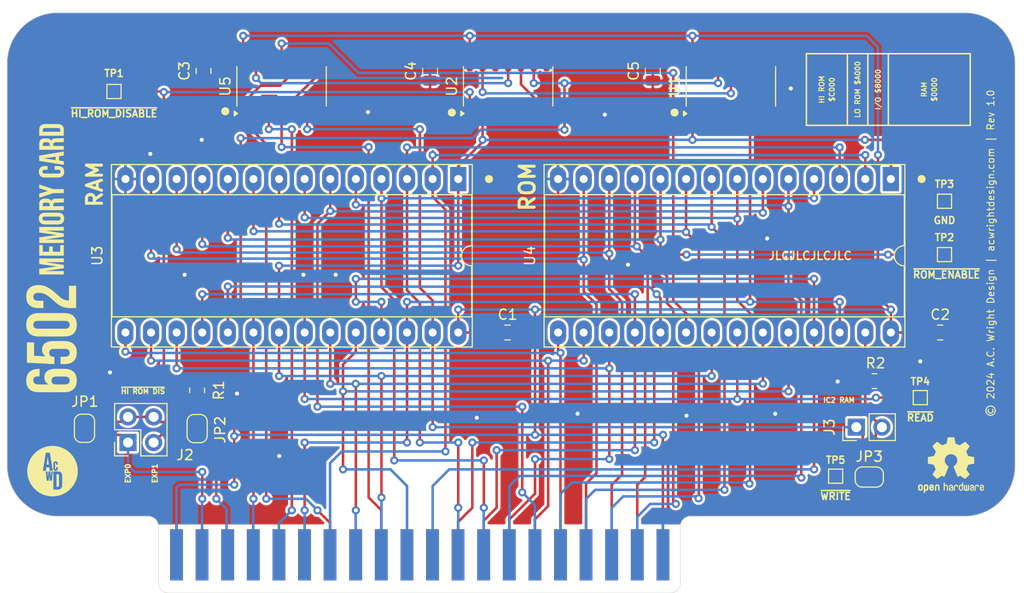
<source format=kicad_pcb>
(kicad_pcb (version 20240108) (generator "pcbnew") (generator_version "8.0")
  (title_block (title "6502 Memory Card") (date "2024-06-12") (rev "1.0") (company "A.C. Wright Design"))
  (layers (0 "F.Cu" signal "Top") (31 "B.Cu" signal "Bottom") (34 "B.Paste" user) (35 "F.Paste" user) (36 "B.SilkS" user "B.Silkscreen") (37 "F.SilkS" user "F.Silkscreen") (38 "B.Mask" user) (39 "F.Mask" user) (44 "Edge.Cuts" user))
  (net 0 "")
  (net 1 "GND")
  (net 2 "/D7")
  (net 3 "/D6")
  (net 4 "/D5")
  (net 5 "/D4")
  (net 6 "/D3")
  (net 7 "/D2")
  (net 8 "/D1")
  (net 9 "/D0")
  (net 10 "/A0")
  (net 11 "/A1")
  (net 12 "/A2")
  (net 13 "/A3")
  (net 14 "/A4")
  (net 15 "/A5")
  (net 16 "/A6")
  (net 17 "/A7")
  (net 18 "/A12")
  (net 19 "VCC")
  (net 21 "RWB")
  (net 22 "PHI2")
  (net 23 "EXP1")
  (net 24 "EXP0")
  (net 25 "A15")
  (net 26 "A14")
  (net 27 "A13")
  (net 28 "/A11")
  (net 29 "/A10")
  (net 30 "/A9")
  (net 31 "/A8")
  (net 32 "HRDB")
  (net 33 "WB")
  (net 34 "REB")
  (net 35 "RB")
  (net 38 "Net-(U2-Pad10)")
  (net 39 "Net-(U2-Pad3)")
  (net 44 "Net-(U2-Pad12)")
  (net 46 "Net-(J3-Pin_2)")
  (net 47 "Net-(U1-Pad3)")
  (net 48 "Net-(U1-Pad10)")
  (net 49 "Net-(U1-Pad13)")
  (net 50 "Net-(U1-Pad11)")
  (net 51 "Net-(U2-Pad11)")
  (net 52 "Net-(U5-Pad5)")
  (footprint "Capacitor_SMD:C_0805_2012Metric" (layer "F.Cu") (at 148.148 107.95)
    (property "Reference" "C1")
    (property "Value" "100nF" (hide yes))
  )
  (footprint "Capacitor_SMD:C_0805_2012Metric" (layer "F.Cu") (at 117.983 81.976 -90)
    (property "Reference" "C3")
    (property "Value" "100nF" (hide yes))
  )
  (footprint "Capacitor_SMD:C_0805_2012Metric" (layer "F.Cu") (at 140.462 81.981 -90)
    (property "Reference" "C4")
    (property "Value" "100nF" (hide yes))
  )
  (footprint "Capacitor_SMD:C_0805_2012Metric" (layer "F.Cu") (at 162.56 81.981 -90)
    (property "Reference" "C5")
    (property "Value" "100nF" (hide yes))
  )
  (footprint "Package_DIP:DIP-28_W15.24mm_Socket_LongPads" (layer "F.Cu") (at 186.182 92.71 -90)
    (property "Reference" "U4")
    (property "Value" "AT28C256" (hide yes))
  )
  (footprint "Connector_PinHeader_2.54mm:PinHeader_1x02_P2.54mm_Vertical" (layer "F.Cu") (at 182.753 117.348 90)
    (property "Reference" "J3")
    (property "Value" "Conn_02x01" (hide yes))
  )
  (footprint "Connector_PinHeader_2.54mm:PinHeader_2x02_P2.54mm_Vertical" (layer "F.Cu") (at 110.49 118.872 90)
    (property "Reference" "J2")
    (property "Value" "Conn_02x02_Odd_Even" (hide yes))
  )
  (footprint "Jumper:SolderJumper-2_P1.3mm_Open_RoundedPad1.0x1.5mm" (layer "F.Cu") (at 184.038 122.301)
    (property "Reference" "JP3")
    (property "Value" "SolderJumper_2_Open" (hide yes))
  )
  (footprint "Jumper:SolderJumper-2_P1.3mm_Open_RoundedPad1.0x1.5mm" (layer "F.Cu") (at 106.172 117.46 90)
    (property "Reference" "JP1")
    (property "Value" "SolderJumper_2_Open" (hide yes))
  )
  (footprint "Jumper:SolderJumper-2_P1.3mm_Open_RoundedPad1.0x1.5mm" (layer "F.Cu") (at 117.348 117.49 90)
    (property "Reference" "JP2")
    (property "Value" "SolderJumper_2_Open" (hide yes))
  )
  (footprint "Resistor_SMD:R_0805_2012Metric" (layer "F.Cu") (at 184.5545 112.776 180)
    (property "Reference" "R2")
    (property "Value" "1k" (hide yes))
  )
  (footprint "Package_SO:SOIC-14_3.9x8.7mm_P1.27mm" (layer "F.Cu") (at 125.73 83.504 90)
    (property "Reference" "U5")
    (property "Value" "74HC00" (hide yes))
  )
  (footprint "Package_SO:SOIC-14_3.9x8.7mm_P1.27mm" (layer "F.Cu") (at 148.209 83.501 90)
    (property "Reference" "U2")
    (property "Value" "74HC00" (hide yes))
  )
  (footprint "Package_SO:SOIC-14_3.9x8.7mm_P1.27mm" (layer "F.Cu") (at 170.307 83.504 90)
    (property "Reference" "U1")
    (property "Value" "74HC00" (hide yes))
  )
  (footprint "Capacitor_SMD:C_0805_2012Metric" (layer "F.Cu") (at 191.074 107.95)
    (property "Reference" "C2")
    (property "Value" "100nF" (hide yes))
  )
  (footprint "Package_DIP:DIP-28_W15.24mm_Socket_LongPads" (layer "F.Cu") (at 143.256 92.71 -90)
    (property "Reference" "U3")
    (property "Value" "AS6C62256" (hide yes))
  )
  (footprint "Resistor_SMD:R_0805_2012Metric" (layer "F.Cu") (at 117.348 113.6885 -90)
    (property "Reference" "R1")
    (property "Value" "1k" (hide yes))
  )
  (footprint "6502 Logos:6502 Memory Card Logo 5mm" (layer "F.Cu") (at 102.900979 98.876556 90)
    (property "Reference" "G***" (hide yes))
    (property "Value" "LOGO" (hide yes))
  )
  (footprint "6502 Parts:6502 Card Edge" (layer "F.Cu") (at 115.3 132.57)
    (property "Reference" "J1" (hide yes))
    (property "Value" "6502 Card Edge" (hide yes))
  )
  (footprint "A.C. Wright Logo:A.C. Wright Logo 5mm" (layer "F.Cu") (at 103.0011 121.7136)
    (property "Reference" "G***" (hide yes))
    (property "Value" "LOGO" (hide yes))
  )
  (footprint "Symbol:OSHW-Logo2_7.3x6mm_SilkScreen" (layer "F.Cu") (at 192.1511 121.1136)
    (property "Reference" "REF**" (hide yes))
    (property "Value" "OSHW-Logo2_7.3x6mm_SilkScreen" (hide yes))
  )
  (footprint "TestPoint:TestPoint_Pad_1.0x1.0mm" (layer "F.Cu") (at 189.1011 114.4136)
    (property "Reference" "TP4")
    (property "Value" "~{READ}")
  )
  (footprint "TestPoint:TestPoint_Pad_1.0x1.0mm" (layer "F.Cu") (at 191.5011 94.9136)
    (property "Reference" "TP3")
    (property "Value" "GND")
  )
  (footprint "TestPoint:TestPoint_Pad_1.0x1.0mm" (layer "F.Cu") (at 191.5011 100.2136 90)
    (property "Reference" "TP2")
    (property "Value" "~{ROM_ENABLE}")
  )
  (footprint "TestPoint:TestPoint_Pad_1.0x1.0mm" (layer "F.Cu") (at 180.7011 122.2136)
    (property "Reference" "TP5")
    (property "Value" "~{WRITE}")
  )
  (footprint "TestPoint:TestPoint_Pad_1.0x1.0mm" (layer "F.Cu") (at 109.1011 84.0136)
    (property "Reference" "TP1")
    (property "Value" "~{HI_ROM_DISABLE}")
  )
  (gr_circle (center 120.142 85.979) (end 120.342 85.979) (stroke (width 0.4)) (fill none) (layer "F.SilkS"))
  (gr_line (start 194.056 80.264) (end 185.928 80.264) (stroke (width 0.15)) (layer "F.SilkS"))
  (gr_line (start 184.404 80.264) (end 185.928 80.264) (stroke (width 0.15)) (layer "F.SilkS"))
  (gr_line (start 182.88 80.264) (end 184.404 80.264) (stroke (width 0.15)) (layer "F.SilkS"))
  (gr_line (start 177.8 80.264) (end 182.88 80.264) (stroke (width 0.15)) (layer "F.SilkS"))
  (gr_line (start 185.928 80.264) (end 185.928 87.376) (stroke (width 0.15)) (layer "F.SilkS"))
  (gr_circle (center 189.23 92.71) (end 189.43 92.71) (stroke (width 0.4)) (fill none) (layer "F.SilkS"))
  (gr_circle (center 146.304 92.71) (end 146.504 92.71) (stroke (width 0.4)) (fill none) (layer "F.SilkS"))
  (gr_circle (center 164.719 86.106) (end 164.919 86.106) (stroke (width 0.4)) (fill none) (layer "F.SilkS"))
  (gr_line (start 177.8 87.376) (end 177.8 80.264) (stroke (width 0.15)) (layer "F.SilkS"))
  (gr_line (start 182.88 87.376) (end 177.8 87.376) (stroke (width 0.15)) (layer "F.SilkS"))
  (gr_line (start 183.896 87.376) (end 183.896 80.264) (stroke (width 0.15)) (layer "F.SilkS"))
  (gr_circle (center 142.621 86.106) (end 142.821 86.106) (stroke (width 0.4)) (fill none) (layer "F.SilkS"))
  (gr_line (start 185.928 87.376) (end 184.404 87.376) (stroke (width 0.15)) (layer "F.SilkS"))
  (gr_line (start 194.056 87.376) (end 194.056 80.264) (stroke (width 0.15)) (layer "F.SilkS"))
  (gr_line (start 181.864 87.376) (end 181.864 80.264) (stroke (width 0.15)) (layer "F.SilkS"))
  (gr_line (start 185.928 87.376) (end 194.056 87.376) (stroke (width 0.15)) (layer "F.SilkS"))
  (gr_line (start 184.404 87.376) (end 182.88 87.376) (stroke (width 0.15)) (layer "F.SilkS"))
  (gr_arc (start 165.3011 127.1936) (mid 165.593993 126.486493) (end 166.3011 126.1936) (stroke (width 0.05)) (layer "Edge.Cuts"))
  (gr_line (start 98.5011 81.1936) (end 98.5011 121.1936) (stroke (width 0.05)) (layer "Edge.Cuts"))
  (gr_line (start 103.5011 126.1936) (end 112.5011 126.1936) (stroke (width 0.05)) (layer "Edge.Cuts"))
  (gr_line (start 198.5011 121.1936) (end 198.5011 81.1936) (stroke (width 0.05)) (layer "Edge.Cuts"))
  (gr_arc (start 193.5011 76.1936) (mid 197.036634 77.658066) (end 198.5011 81.1936) (stroke (width 0.05)) (layer "Edge.Cuts"))
  (gr_arc (start 103.5011 126.1936) (mid 99.965566 124.729134) (end 98.5011 121.1936) (stroke (width 0.05)) (layer "Edge.Cuts"))
  (gr_arc (start 98.5011 81.1936) (mid 99.965566 77.658066) (end 103.5011 76.1936) (stroke (width 0.05)) (layer "Edge.Cuts"))
  (gr_line (start 166.3011 126.1936) (end 193.5011 126.1936) (stroke (width 0.05)) (layer "Edge.Cuts"))
  (gr_arc (start 112.5011 126.1936) (mid 113.208207 126.486493) (end 113.5011 127.1936) (stroke (width 0.05)) (layer "Edge.Cuts"))
  (gr_line (start 193.5011 76.1936) (end 103.5011 76.1936) (stroke (width 0.05)) (layer "Edge.Cuts"))
  (gr_arc (start 114.5011 133.8136) (mid 113.793993 133.520707) (end 113.5011 132.8136) (stroke (width 0.05)) (layer "Edge.Cuts"))
  (gr_line (start 113.5011 127.1936) (end 113.5011 132.8136) (stroke (width 0.05)) (layer "Edge.Cuts"))
  (gr_arc (start 198.5011 121.1936) (mid 197.036634 124.729134) (end 193.5011 126.1936) (stroke (width 0.05)) (layer "Edge.Cuts"))
  (gr_arc (start 165.3011 132.8136) (mid 165.008207 133.520707) (end 164.3011 133.8136) (stroke (width 0.05)) (layer "Edge.Cuts"))
  (gr_line (start 165.3011 132.8136) (end 165.3011 127.1936) (stroke (width 0.05)) (layer "Edge.Cuts"))
  (gr_line (start 114.5011 133.8136) (end 164.3011 133.8136) (stroke (width 0.05)) (layer "Edge.Cuts"))
  (gr_text "EXP1" (at 113.157 120.904 90) (layer "F.SilkS") (effects (font (size 0.5 0.5) (thickness 0.125)) (justify right)))
  (gr_text "$0000" (at 190.5 83.82 90) (layer "F.SilkS") (effects (font (size 0.5 0.5) (thickness 0.1))))
  (gr_text "ROM" (at 150.114 93.472 90) (layer "F.SilkS") (effects (font (size 1.5 1.5) (thickness 0.3))))
  (gr_text "LO ROM $A000" (at 182.88 83.82 90) (layer "F.SilkS") (effects (font (size 0.5 0.5) (thickness 0.1))))
  (gr_text "HI ROM" (at 179.324 83.82 90) (layer "F.SilkS") (effects (font (size 0.5 0.5) (thickness 0.1))))
  (gr_text "I/O $8000" (at 184.912 83.82 90) (layer "F.SilkS") (effects (font (size 0.5 0.5) (thickness 0.1))))
  (gr_text "$C000" (at 180.34 83.82 90) (layer "F.SilkS") (effects (font (size 0.5 0.5) (thickness 0.1))))
  (gr_text "© 2024 A.C. Wright Design | acwrightdesign.com | Rev 1.0" (at 196.088 100.076 90) (layer "F.SilkS") (effects (font (size 0.7 0.7) (thickness 0.1))))
  (gr_text "~{HI ROM DIS}" (at 109.728 113.792 0) (layer "F.SilkS") (effects (font (size 0.5 0.5) (thickness 0.125)) (justify left)))
  (gr_text "IC2 RAM" (at 179.4011 114.6636 0) (layer "F.SilkS") (effects (font (size 0.5 0.5) (thickness 0.125)) (justify left)))
  (gr_text "RAM" (at 107.188 93.218 90) (layer "F.SilkS") (effects (font (size 1.5 1.5) (thickness 0.3))))
  (gr_text "RAM" (at 189.484 83.82 90) (layer "F.SilkS") (effects (font (size 0.5 0.5) (thickness 0.1))))
  (gr_text "EXP0" (at 110.49 120.904 90) (layer "F.SilkS") (effects (font (size 0.5 0.5) (thickness 0.125)) (justify right)))
  (gr_text "JLCJLCJLCJLC" (at 178.181 100.33 0) (layer "F.SilkS") (effects (font (size 0.8 0.8))))
  (segment (start 115.3 129.96) (end 115.3 125.619) (width 0.25) (layer "F.Cu") (net 1))
  (segment (start 115.3 125.619) (end 115.316 125.603) (width 0.25) (layer "F.Cu") (net 1))
  (via (at 134.3011 86.0636) (size 0.8) (drill 0.4) (layers "F.Cu" "B.Cu") (net 1))
  (via (at 131.1011 102.2136) (size 0.8) (drill 0.4) (layers "F.Cu" "B.Cu") (net 1))
  (via (at 174.7011 116.0136) (size 0.8) (drill 0.4) (layers "F.Cu" "B.Cu") (net 1))
  (via (at 112.7011 90.2136) (size 0.8) (drill 0.4) (layers "F.Cu" "B.Cu") (net 1))
  (via (at 160.1011 101.2136) (size 0.8) (drill 0.4) (layers "F.Cu" "B.Cu") (net 1))
  (via (at 157.8011 86.3136) (size 0.8) (drill 0.4) (layers "F.Cu" "B.Cu") (net 1))
  (via (at 155.1011 116.0136) (size 0.8) (drill 0.4) (layers "F.Cu" "B.Cu") (net 1))
  (via (at 117.8011 88.8136) (size 0.8) (drill 0.4) (layers "F.Cu" "B.Cu") (net 1))
  (via (at 176.2511 83.7136) (size 0.8) (drill 0.4) (layers "F.Cu" "B.Cu") (net 1))
  (via (at 165.9011 116.2136) (size 0.8) (drill 0.4) (layers "F.Cu" "B.Cu") (net 1))
  (via (at 116.1011 102.2136) (size 0.8) (drill 0.4) (layers "F.Cu" "B.Cu") (net 1))
  (via (at 180.9011 112.8136) (size 0.8) (drill 0.4) (layers "F.Cu" "B.Cu") (net 1))
  (via (at 108.7011 111.9136) (size 0.8) (drill 0.4) (layers "F.Cu" "B.Cu") (net 1))
  (via (at 127.9011 102.2136) (size 0.8) (drill 0.4) (layers "F.Cu" "B.Cu") (net 1))
  (via (at 121.3011 114.0136) (size 0.8) (drill 0.4) (layers "F.Cu" "B.Cu") (net 1))
  (via (at 145.1011 116.4136) (size 0.8) (drill 0.4) (layers "F.Cu" "B.Cu") (net 1))
  (via (at 125.5011 120.2136) (size 0.8) (drill 0.4) (layers "F.Cu" "B.Cu") (net 1))
  (via (at 189.1011 110.8136) (size 0.8) (drill 0.4) (layers "F.Cu" "B.Cu") (net 1))
  (via (at 173.9011 98.6136) (size 0.8) (drill 0.4) (layers "F.Cu" "B.Cu") (net 1))
  (segment (start 163.56 130.03) (end 163.56 125.714) (width 0.25) (layer "B.Cu") (net 1))
  (segment (start 162.704 110.6) (end 163.322 109.982) (width 0.25) (layer "F.Cu") (net 2))
  (segment (start 162.704 118.872) (end 162.704 110.6) (width 0.25) (layer "F.Cu") (net 2))
  (segment (start 163.322 107.95) (end 163.322 104.521) (width 0.25) (layer "F.Cu") (net 2))
  (segment (start 163.322 104.521) (end 162.941 104.14) (width 0.25) (layer "F.Cu") (net 2))
  (segment (start 143.24 126.762) (end 144.653 125.349) (width 0.25) (layer "F.Cu") (net 2))
  (segment (start 143.24 130.03) (end 143.24 126.762) (width 0.25) (layer "F.Cu") (net 2))
  (segment (start 144.653 125.349) (end 144.653 118.872) (width 0.25) (layer "F.Cu") (net 2))
  (segment (start 120.396 107.95) (end 120.396 103.378) (width 0.25) (layer "F.Cu") (net 2))
  (segment (start 163.322 107.95) (end 163.322 109.982) (width 0.25) (layer "F.Cu") (net 2))
  (via (at 162.941 104.14) (size 0.8) (drill 0.4) (layers "F.Cu" "B.Cu") (net 2))
  (via (at 162.704 118.872) (size 0.8) (drill 0.4) (layers "F.Cu" "B.Cu") (net 2))
  (via (at 120.396 103.378) (size 0.8) (drill 0.4) (layers "F.Cu" "B.Cu") (net 2))
  (via (at 144.653 118.872) (size 0.8) (drill 0.4) (layers "F.Cu" "B.Cu") (net 2))
  (segment (start 162.196001 103.395001) (end 162.541001 103.740001) (width 0.25) (layer "B.Cu") (net 2))
  (segment (start 133.408965 103.395001) (end 162.196001 103.395001) (width 0.25) (layer "B.Cu") (net 2))
  (segment (start 133.408961 103.395005) (end 133.408965 103.395001) (width 0.25) (layer "B.Cu") (net 2))
  (segment (start 120.396 103.378) (end 132.766034 103.378) (width 0.25) (layer "B.Cu") (net 2))
  (segment (start 132.766034 103.378) (end 132.783039 103.395005) (width 0.25) (layer "B.Cu") (net 2))
  (segment (start 162.541001 103.740001) (end 162.941 104.14) (width 0.25) (layer "B.Cu") (net 2))
  (segment (start 132.783039 103.395005) (end 133.408961 103.395005) (width 0.25) (layer "B.Cu") (net 2))
  (segment (start 144.653 118.872) (end 162.704 118.872) (width 0.25) (layer "B.Cu") (net 2))
  (segment (start 147.066 125.349) (end 145.78 126.635) (width 0.25) (layer "F.Cu") (net 3))
  (segment (start 117.856 104.267) (end 117.856 104.14) (width 0.25) (layer "F.Cu") (net 3))
  (segment (start 145.78 126.635) (end 145.78 130.03) (width 0.25) (layer "F.Cu") (net 3))
  (segment (start 117.856 107.95) (end 117.856 104.267) (width 0.25) (layer "F.Cu") (net 3))
  (segment (start 160.782 107.95) (end 160.782 104.139998) (width 0.25) (layer "F.Cu") (net 3))
  (segment (start 147.066 119.634) (end 147.066 125.349) (width 0.25) (layer "F.Cu") (net 3))
  (segment (start 160.782 107.95) (end 160.782 119.634) (width 0.25) (layer "F.Cu") (net 3))
  (via (at 160.782 104.139998) (size 0.8) (drill 0.4) (layers "F.Cu" "B.Cu") (net 3))
  (via (at 117.856 104.14) (size 0.8) (drill 0.4) (layers "F.Cu" "B.Cu") (net 3))
  (via (at 147.066 119.634) (size 0.8) (drill 0.4) (layers "F.Cu" "B.Cu") (net 3))
  (via (at 160.782 119.634) (size 0.8) (drill 0.4) (layers "F.Cu" "B.Cu") (net 3))
  (segment (start 120.708964 104.139998) (end 120.708962 104.14) (width 0.25) (layer "B.Cu") (net 3))
  (segment (start 160.782 119.634) (end 147.066 119.634) (width 0.25) (layer "B.Cu") (net 3))
  (segment (start 160.782 104.139998) (end 120.708964 104.139998) (width 0.25) (layer "B.Cu") (net 3))
  (segment (start 120.708962 104.14) (end 117.856 104.14) (width 0.25) (layer "B.Cu") (net 3))
  (segment (start 115.316 107.95) (end 115.316 111.505996) (width 0.25) (layer "F.Cu") (net 4))
  (segment (start 158.242 111.506002) (end 158.242 120.523) (width 0.25) (layer "F.Cu") (net 4))
  (segment (start 150.876 123.952) (end 148.32 126.508) (width 0.25) (layer "F.Cu") (net 4))
  (segment (start 158.242 107.95) (end 158.242 111.506002) (width 0.25) (layer "F.Cu") (net 4))
  (segment (start 148.32 126.508) (end 148.32 130.03) (width 0.25) (layer "F.Cu") (net 4))
  (segment (start 150.876 120.523) (end 150.876 123.952) (width 0.25) (layer "F.Cu") (net 4))
  (via (at 115.316 111.505996) (size 0.8) (drill 0.4) (layers "F.Cu" "B.Cu") (net 4))
  (via (at 150.876 120.523) (size 0.8) (drill 0.4) (layers "F.Cu" "B.Cu") (net 4))
  (via (at 158.242 111.506002) (size 0.8) (drill 0.4) (layers "F.Cu" "B.Cu") (net 4))
  (via (at 158.242 120.523) (size 0.8) (drill 0.4) (layers "F.Cu" "B.Cu") (net 4))
  (segment (start 115.316 111.505996) (end 158.241994 111.505996) (width 0.25) (layer "B.Cu") (net 4))
  (segment (start 158.242 120.523) (end 150.876 120.523) (width 0.25) (layer "B.Cu") (net 4))
  (segment (start 158.241994 111.505996) (end 158.242 111.506002) (width 0.25) (layer "B.Cu") (net 4))
  (segment (start 150.86 130.03) (end 150.86 126.508) (width 0.25) (layer "F.Cu") (net 5))
  (segment (start 112.776 107.95) (end 112.776 110.744) (width 0.25) (layer "F.Cu") (net 5))
  (segment (start 155.702 107.95) (end 155.702 110.744) (width 0.25) (layer "F.Cu") (net 5))
  (segment (start 150.86 126.508) (end 152.181999 125.186001) (width 0.25) (layer "F.Cu") (net 5))
  (segment (start 152.181999 125.186001) (end 152.181999 110.743998) (width 0.25) (layer "F.Cu") (net 5))
  (via (at 112.776 110.744) (size 0.8) (drill 0.4) (layers "F.Cu" "B.Cu") (net 5))
  (via (at 152.181999 110.743998) (size 0.8) (drill 0.4) (layers "F.Cu" "B.Cu") (net 5))
  (via (at 155.702 110.744) (size 0.8) (drill 0.4) (layers "F.Cu" "B.Cu") (net 5))
  (segment (start 152.181997 110.744) (end 152.181999 110.743998) (width 0.25) (layer "B.Cu") (net 5))
  (segment (start 152.181999 110.743998) (end 155.701998 110.743998) (width 0.25) (layer "B.Cu") (net 5))
  (segment (start 112.776 110.744) (end 152.181997 110.744) (width 0.25) (layer "B.Cu") (net 5))
  (segment (start 155.701998 110.743998) (end 155.702 110.744) (width 0.25) (layer "B.Cu") (net 5))
  (segment (start 110.236 107.95) (end 110.236 109.855) (width 0.25) (layer "F.Cu") (net 6))
  (segment (start 153.162 109.72699) (end 153.4 109.96499) (width 0.25) (layer "F.Cu") (net 6))
  (segment (start 153.162 107.95) (end 153.162 109.72699) (width 0.25) (layer "F.Cu") (net 6))
  (segment (start 153.4 130.03) (end 153.4 109.96499) (width 0.25) (layer "F.Cu") (net 6))
  (via (at 110.236 109.855) (size 0.8) (drill 0.4) (layers "F.Cu" "B.Cu") (net 6))
  (via (at 153.4 109.96499) (size 0.8) (drill 0.4) (layers "F.Cu" "B.Cu") (net 6))
  (segment (start 153.38299 109.982) (end 153.4 109.96499) (width 0.25) (layer "B.Cu") (net 6))
  (segment (start 110.236 109.855) (end 110.363 109.982) (width 0.25) (layer "B.Cu") (net 6))
  (segment (start 110.363 109.982) (end 153.38299 109.982) (width 0.25) (layer "B.Cu") (net 6))
  (segment (start 155.702 103.886) (end 156.972 105.156) (width 0.25) (layer "F.Cu") (net 7))
  (segment (start 155.702 100.7136) (end 155.702 103.886) (width 0.25) (layer "F.Cu") (net 7))
  (segment (start 156.972 121.92) (end 155.94 122.952) (width 0.25) (layer "F.Cu") (net 7))
  (segment (start 155.94 122.952) (end 155.94 130.03) (width 0.25) (layer "F.Cu") (net 7))
  (segment (start 156.972 105.156) (end 156.972 121.92) (width 0.25) (layer "F.Cu") (net 7))
  (segment (start 112.776 92.71) (end 112.776 94.16) (width 0.25) (layer "F.Cu") (net 7))
  (segment (start 112.776 94.16) (end 112.776 100.329996) (width 0.25) (layer "F.Cu") (net 7))
  (segment (start 155.702 92.71) (end 155.702 100.7136) (width 0.25) (layer "F.Cu") (net 7))
  (via (at 112.776 100.329996) (size 0.8) (drill 0.4) (layers "F.Cu" "B.Cu") (net 7))
  (via (at 155.702 100.7136) (size 0.8) (drill 0.4) (layers "F.Cu" "B.Cu") (net 7))
  (segment (start 155.702 100.7136) (end 155.602 100.6136) (width 0.25) (layer "B.Cu") (net 7))
  (segment (start 155.602 100.6136) (end 113.059604 100.6136) (width 0.25) (layer "B.Cu") (net 7))
  (segment (start 113.059604 100.6136) (end 112.776 100.329996) (width 0.25) (layer "B.Cu") (net 7))
  (segment (start 158.242 103.632) (end 159.512 104.902) (width 0.25) (layer "F.Cu") (net 8))
  (segment (start 158.242 100.1136) (end 158.242 103.632) (width 0.25) (layer "F.Cu") (net 8))
  (segment (start 159.512 122.047) (end 158.48 123.079) (width 0.25) (layer "F.Cu") (net 8))
  (segment (start 158.48 123.079) (end 158.48 130.03) (width 0.25) (layer "F.Cu") (net 8))
  (segment (start 159.512 104.902) (end 159.512 122.047) (width 0.25) (layer "F.Cu") (net 8))
  (segment (start 158.242 92.71) (end 158.242 100.1136) (width 0.25) (layer "F.Cu") (net 8))
  (segment (start 115.316 92.71) (end 115.316 99.67799) (width 0.25) (layer "F.Cu") (net 8))
  (via (at 115.316 99.67799) (size 0.8) (drill 0.4) (layers "F.Cu" "B.Cu") (net 8))
  (via (at 158.242 100.1136) (size 0.8) (drill 0.4) (layers "F.Cu" "B.Cu") (net 8))
  (segment (start 158.242 100.1136) (end 158.142 100.0136) (width 0.25) (layer "B.Cu") (net 8))
  (segment (start 158.142 100.0136) (end 115.65161 100.0136) (width 0.25) (layer "B.Cu") (net 8))
  (segment (start 115.65161 100.0136) (end 115.316 99.67799) (width 0.25) (layer "B.Cu") (net 8))
  (segment (start 161.02 123.079) (end 161.02 130.03) (width 0.25) (layer "F.Cu") (net 9))
  (segment (start 161.8011 122.2979) (end 161.02 123.079) (width 0.25) (layer "F.Cu") (net 9))
  (segment (start 160.782 99.204) (end 160.973441 99.395441) (width 0.25) (layer "F.Cu") (net 9))
  (segment (start 161.8011 110.9145) (end 161.8011 122.2979) (width 0.25) (layer "F.Cu") (net 9))
  (segment (start 160.782 92.71) (end 160.782 99.204) (width 0.25) (layer "F.Cu") (net 9))
  (segment (start 162.052 110.6636) (end 161.8011 110.9145) (width 0.25) (layer "F.Cu") (net 9))
  (segment (start 117.856 92.71) (end 117.856 99.16999) (width 0.25) (layer "F.Cu") (net 9))
  (segment (start 162.052 100.474) (end 162.052 110.6636) (width 0.25) (layer "F.Cu") (net 9))
  (segment (start 160.973441 99.395441) (end 162.052 100.474) (width 0.25) (layer "F.Cu") (net 9))
  (via (at 117.856 99.16999) (size 0.8) (drill 0.4) (layers "F.Cu" "B.Cu") (net 9))
  (via (at 160.973441 99.395441) (size 0.8) (drill 0.4) (layers "F.Cu" "B.Cu") (net 9))
  (segment (start 160.973441 99.395441) (end 118.081451 99.395441) (width 0.25) (layer "B.Cu") (net 9))
  (segment (start 118.081451 99.395441) (end 117.856 99.16999) (width 0.25) (layer "B.Cu") (net 9))
  (segment (start 163.974001 102.379001) (end 163.974001 105.046001) (width 0.25) (layer "F.Cu") (net 10))
  (segment (start 163.322 92.71) (end 163.322 98.7136) (width 0.25) (layer "F.Cu") (net 10))
  (segment (start 120.396 92.71) (end 120.396 98.552) (width 0.25) (layer "F.Cu") (net 10))
  (segment (start 163.322 98.7136) (end 163.322 101.727) (width 0.25) (layer "F.Cu") (net 10))
  (segment (start 163.974001 105.046001) (end 164.592 105.664) (width 0.25) (layer "F.Cu") (net 10))
  (segment (start 163.322 101.727) (end 163.974001 102.379001) (width 0.25) (layer "F.Cu") (net 10))
  (segment (start 164.592 124.714) (end 164.846 124.968) (width 0.25) (layer "F.Cu") (net 10))
  (segment (start 164.592 105.664) (end 164.592 124.714) (width 0.25) (layer "F.Cu") (net 10))
  (via (at 163.322 98.7136) (size 0.8) (drill 0.4) (layers "F.Cu" "B.Cu") (net 10))
  (via (at 164.846 124.968) (size 0.8) (drill 0.4) (layers "F.Cu" "B.Cu") (net 10))
  (via (at 120.396 98.552) (size 0.8) (drill 0.4) (layers "F.Cu" "B.Cu") (net 10))
  (segment (start 164.846 124.968) (end 162.306 124.968) (width 0.25) (layer "B.Cu") (net 10))
  (segment (start 163.322 98.7136) (end 120.5576 98.7136) (width 0.25) (layer "B.Cu") (net 10))
  (segment (start 161.02 126.254) (end 161.02 130.03) (width 0.25) (layer "B.Cu") (net 10))
  (segment (start 120.5576 98.7136) (end 120.396 98.552) (width 0.25) (layer "B.Cu") (net 10))
  (segment (start 162.306 124.968) (end 161.02 126.254) (width 0.25) (layer "B.Cu") (net 10))
  (segment (start 167.132 124.3827) (end 167.132 99.2445) (width 0.25) (layer "F.Cu") (net 11))
  (segment (start 122.936 97.88299) (end 122.953 97.89999) (width 0.25) (layer "F.Cu") (net 11))
  (segment (start 167.132 99.2445) (end 165.862 97.9745) (width 0.25) (layer "F.Cu") (net 11))
  (segment (start 167.1011 124.4136) (end 167.132 124.3827) (width 0.25) (layer "F.Cu") (net 11))
  (segment (start 165.862 92.71) (end 165.862 97.9745) (width 0.25) (layer "F.Cu") (net 11))
  (segment (start 122.936 92.71) (end 122.936 97.88299) (width 0.25) (layer "F.Cu") (net 11))
  (via (at 165.862 97.9745) (size 0.8) (drill 0.4) (layers "F.Cu" "B.Cu") (net 11))
  (via (at 122.953 97.89999) (size 0.8) (drill 0.4) (layers "F.Cu" "B.Cu") (net 11))
  (via (at 167.1011 124.4136) (size 0.8) (drill 0.4) (layers "F.Cu" "B.Cu") (net 11))
  (segment (start 167.1011 124.4136) (end 166.9105 124.223) (width 0.25) (layer "B.Cu") (net 11))
  (segment (start 165.862 97.9745) (end 165.78749 97.89999) (width 0.25) (layer "B.Cu") (net 11))
  (segment (start 159.622 124.223) (end 158.48 125.365) (width 0.25) (layer "B.Cu") (net 11))
  (segment (start 165.78749 97.89999) (end 122.953 97.89999) (width 0.25) (layer "B.Cu") (net 11))
  (segment (start 158.48 125.365) (end 158.48 130.03) (width 0.25) (layer "B.Cu") (net 11))
  (segment (start 166.9105 124.223) (end 159.622 124.223) (width 0.25) (layer "B.Cu") (net 11))
  (segment (start 169.672 98.7345) (end 169.672 123.571) (width 0.25) (layer "F.Cu") (net 12))
  (segment (start 168.4011 97.4636) (end 169.672 98.7345) (width 0.25) (layer "F.Cu") (net 12))
  (segment (start 168.402 92.71) (end 168.4011 92.7109) (width 0.25) (layer "F.Cu") (net 12))
  (segment (start 125.476 97.155) (end 125.476 92.71) (width 0.25) (layer "F.Cu") (net 12))
  (segment (start 168.4011 92.7109) (end 168.4011 97.4636) (width 0.25) (layer "F.Cu") (net 12))
  (via (at 168.4011 97.4636) (size 0.8) (drill 0.4) (layers "F.Cu" "B.Cu") (net 12))
  (via (at 169.672 123.571) (size 0.8) (drill 0.4) (layers "F.Cu" "B.Cu") (net 12))
  (via (at 125.476 97.155) (size 0.8) (drill 0.4) (layers "F.Cu" "B.Cu") (net 12))
  (segment (start 156.845 123.571) (end 169.672 123.571) (width 0.25) (layer "B.Cu") (net 12))
  (segment (start 168.4011 97.4636) (end 168.1605 97.223) (width 0.25) (layer "B.Cu") (net 12))
  (segment (start 155.94 130.03) (end 155.94 124.476) (width 0.25) (layer "B.Cu") (net 12))
  (segment (start 155.94 124.476) (end 156.845 123.571) (width 0.25) (layer "B.Cu") (net 12))
  (segment (start 125.544 97.223) (end 125.476 97.155) (width 0.25) (layer "B.Cu") (net 12))
  (segment (start 168.1605 97.223) (end 125.544 97.223) (width 0.25) (layer "B.Cu") (net 12))
  (segment (start 170.942 104.775) (end 170.942 96.6636) (width 0.25) (layer "F.Cu") (net 13))
  (segment (start 172.212 122.9027) (end 172.212 106.045) (width 0.25) (layer "F.Cu") (net 13))
  (segment (start 128.016 96.52) (end 128.016 92.71) (width 0.25) (layer "F.Cu") (net 13))
  (segment (start 172.1511 122.9636) (end 172.212 122.9027) (width 0.25) (layer "F.Cu") (net 13))
  (segment (start 172.212 106.045) (end 170.942 104.775) (width 0.25) (layer "F.Cu") (net 13))
  (segment (start 170.942 92.71) (end 170.942 96.6636) (width 0.25) (layer "F.Cu") (net 13))
  (via (at 172.1511 122.9636) (size 0.8) (drill 0.4) (layers "F.Cu" "B.Cu") (net 13))
  (via (at 128.016 96.52) (size 0.8) (drill 0.4) (layers "F.Cu" "B.Cu") (net 13))
  (via (at 170.942 96.6636) (size 0.8) (drill 0.4) (layers "F.Cu" "B.Cu") (net 13))
  (segment (start 170.8494 96.571) (end 128.067 96.571) (width 0.25) (layer "B.Cu") (net 13))
  (segment (start 153.416 125.857) (end 153.416 123.952) (width 0.25) (layer "B.Cu") (net 13))
  (segment (start 172.1511 122.9636) (end 172.030502 122.843002) (width 0.25) (layer "B.Cu") (net 13))
  (segment (start 154.905998 122.843002) (end 154.686 122.843002) (width 0.25) (layer "B.Cu") (net 13))
  (segment (start 153.416 123.952) (end 154.524998 122.843002) (width 0.25) (layer "B.Cu") (net 13))
  (segment (start 172.030502 122.843002) (end 154.905998 122.843002) (width 0.25) (layer "B.Cu") (net 13))
  (segment (start 153.4 125.873) (end 153.416 125.857) (width 0.25) (layer "B.Cu") (net 13))
  (segment (start 153.4 130.03) (end 153.4 125.873) (width 0.25) (layer "B.Cu") (net 13))
  (segment (start 128.067 96.571) (end 128.016 96.52) (width 0.25) (layer "B.Cu") (net 13))
  (segment (start 154.524998 122.843002) (end 154.905998 122.843002) (width 0.25) (layer "B.Cu") (net 13))
  (segment (start 170.942 96.6636) (end 170.8494 96.571) (width 0.25) (layer "B.Cu") (net 13))
  (segment (start 173.482 92.71) (end 173.482 96.0636) (width 0.25) (layer "F.Cu") (net 14))
  (segment (start 130.556 95.885) (end 129.286 97.155) (width 0.25) (layer "F.Cu") (net 14))
  (segment (start 129.286 97.155) (end 129.286 115.316) (width 0.25) (layer "F.Cu") (net 14))
  (segment (start 130.556 95.885) (end 130.556 92.71) (width 0.25) (layer "F.Cu") (net 14))
  (segment (start 149.606 115.316) (end 149.606 123.825) (width 0.25) (layer "F.Cu") (net 14))
  (via (at 129.286 115.316) (size 0.8) (drill 0.4) (layers "F.Cu" "B.Cu") (net 14))
  (via (at 173.482 96.0636) (size 0.8) (drill 0.4) (layers "F.Cu" "B.Cu") (net 14))
  (via (at 149.606 115.316) (size 0.8) (drill 0.4) (layers "F.Cu" "B.Cu") (net 14))
  (via (at 149.606 123.825) (size 0.8) (drill 0.4) (layers "F.Cu" "B.Cu") (net 14))
  (via (at 130.556 95.885) (size 0.8) (drill 0.4) (layers "F.Cu" "B.Cu") (net 14))
  (segment (start 149.606 115.316) (end 129.286 115.316) (width 0.25) (layer "B.Cu") (net 14))
  (segment (start 130.59 95.919) (end 130.556 95.885) (width 0.25) (layer "B.Cu") (net 14))
  (segment (start 173.482 96.0636) (end 173.3374 95.919) (width 0.25) (layer "B.Cu") (net 14))
  (segment (start 150.86 130.03) (end 150.86 125.079) (width 0.25) (layer "B.Cu") (net 14))
  (segment (start 173.3374 95.919) (end 130.59 95.919) (width 0.25) (layer "B.Cu") (net 14))
  (segment (start 150.86 125.079) (end 149.606 123.825) (width 0.25) (layer "B.Cu") (net 14))
  (segment (start 176.022 103.505) (end 176.022 95.4136) (width 0.25) (layer "F.Cu") (net 15))
  (segment (start 176.022 92.71) (end 176.022 95.4136) (width 0.25) (layer "F.Cu") (net 15))
  (segment (start 177.3011 122.3636) (end 177.292 122.3545) (width 0.25) (layer "F.Cu") (net 15))
  (segment (start 177.292 104.775) (end 176.022 103.505) (width 0.25) (layer "F.Cu") (net 15))
  (segment (start 177.292 122.3545) (end 177.292 104.775) (width 0.25) (layer "F.Cu") (net 15))
  (segment (start 133.096 95.25) (end 133.096 92.71) (width 0.25) (layer "F.Cu") (net 15))
  (via (at 177.3011 122.3636) (size 0.8) (drill 0.4) (layers "F.Cu" "B.Cu") (net 15))
  (via (at 133.096 95.25) (size 0.8) (drill 0.4) (layers "F.Cu" "B.Cu") (net 15))
  (via (at 176.022 95.4136) (size 0.8) (drill 0.4) (layers "F.Cu" "B.Cu") (net 15))
  (segment (start 177.3011 122.3636) (end 177.128502 122.191002) (width 0.25) (layer "B.Cu") (net 15))
  (segment (start 148.336 123.19) (end 148.336 130.014) (width 0.25) (layer "B.Cu") (net 15))
  (segment (start 149.334998 122.191002) (end 148.336 123.19) (width 0.25) (layer "B.Cu") (net 15))
  (segment (start 133.1596 95.3136) (end 133.096 95.25) (width 0.25) (layer "B.Cu") (net 15))
  (segment (start 177.128502 122.191002) (end 149.334998 122.191002) (width 0.25) (layer "B.Cu") (net 15))
  (segment (start 148.336 130.014) (end 148.32 130.03) (width 0.25) (layer "B.Cu") (net 15))
  (segment (start 175.922 95.3136) (end 133.1596 95.3136) (width 0.25) (layer "B.Cu") (net 15))
  (segment (start 176.022 95.4136) (end 175.922 95.3136) (width 0.25) (layer "B.Cu") (net 15))
  (segment (start 135.636 92.71) (end 135.636 94.615) (width 0.25) (layer "F.Cu") (net 16))
  (segment (start 135.636 94.615) (end 135.636 103.4485) (width 0.25) (layer "F.Cu") (net 16))
  (segment (start 178.562 94.615) (end 178.562 92.71) (width 0.25) (layer "F.Cu") (net 16))
  (segment (start 136.906 104.7185) (end 136.906 120.65) (width 0.25) (layer "F.Cu") (net 16))
  (segment (start 145.796002 125.349) (end 145.796002 120.650002) (width 0.25) (layer "F.Cu") (net 16))
  (segment (start 145.796002 120.650002) (end 145.796 120.65) (width 0.25) (layer "F.Cu") (net 16))
  (segment (start 135.636 103.4485) (end 136.906 104.7185) (width 0.25) (layer "F.Cu") (net 16))
  (via (at 136.906 120.65) (size 0.8) (drill 0.4) (layers "F.Cu" "B.Cu") (net 16))
  (via (at 145.796002 125.349) (size 0.8) (drill 0.4) (layers "F.Cu" "B.Cu") (net 16))
  (via (at 145.796 120.65) (size 0.8) (drill 0.4) (layers "F.Cu" "B.Cu") (net 16))
  (via (at 135.636 94.615) (size 0.8) (drill 0.4) (layers "F.Cu" "B.Cu") (net 16))
  (via (at 178.562 94.615) (size 0.8) (drill 0.4) (layers "F.Cu" "B.Cu") (net 16))
  (segment (start 136.906 120.65) (end 137.471685 120.65) (width 0.25) (layer "B.Cu") (net 16))
  (segment (start 145.78 130.03) (end 145.78 125.365002) (width 0.25) (layer "B.Cu") (net 16))
  (segment (start 137.471685 120.65) (end 145.796 120.65) (width 0.25) (layer "B.Cu") (net 16))
  (segment (start 135.636 94.615) (end 178.562 94.615) (width 0.25) (layer "B.Cu") (net 16))
  (segment (start 145.78 125.365002) (end 145.796002 125.349) (width 0.25) (layer "B.Cu") (net 16))
  (segment (start 143.256 118.872) (end 143.256 125.349) (width 0.25) (layer "F.Cu") (net 17))
  (segment (start 139.446 105.029) (end 139.446 107.95) (width 0.25) (layer "F.Cu") (net 17))
  (segment (start 138.176 92.71) (end 138.176 89.789) (width 0.25) (layer "F.Cu") (net 17))
  (segment (start 139.446 107.95) (end 139.446 118.872) (width 0.25) (layer "F.Cu") (net 17))
  (segment (start 138.176 92.71) (end 138.176 103.759) (width 0.25) (layer "F.Cu") (net 17))
  (segment (start 138.176 103.759) (end 139.446 105.029) (width 0.25) (layer "F.Cu") (net 17))
  (segment (start 181.102 89.789) (end 181.102 92.71) (width 0.25) (layer "F.Cu") (net 17))
  (via (at 143.256 118.872) (size 0.8) (drill 0.4) (layers "F.Cu" "B.Cu") (net 17))
  (via (at 143.256 125.349) (size 0.8) (drill 0.4) (layers "F.Cu" "B.Cu") (net 17))
  (via (at 139.446 118.872) (size 0.8) (drill 0.4) (layers "F.Cu" "B.Cu") (net 17))
  (via (at 181.102 89.5636) (size 0.8) (drill 0.4) (layers "F.Cu" "B.Cu") (net 17))
  (via (at 138.176 89.5636) (size 0.8) (drill 0.4) (layers "F.Cu" "B.Cu") (net 17))
  (segment (start 139.446 118.872) (end 143.256 118.872) (width 0.25) (layer "B.Cu") (net 17))
  (segment (start 143.256 130.014) (end 143.24 130.03) (width 0.25) (layer "B.Cu") (net 17))
  (segment (start 138.176 89.5636) (end 181.102 89.5636) (width 0.25) (layer "B.Cu") (net 17))
  (segment (start 143.256 125.349) (end 143.256 130.014) (width 0.25) (layer "B.Cu") (net 17))
  (segment (start 140.716 92.71) (end 140.716 94.488) (width 0.25) (layer "F.Cu") (net 18))
  (segment (start 141.986 95.758) (end 141.986 119.761) (width 0.25) (layer "F.Cu") (net 18))
  (segment (start 140.716 92.71) (end 140.716 90.17) (width 0.25) (layer "F.Cu") (net 18))
  (segment (start 140.716 89.9446) (end 140.716 90.3256) (width 0.25) (layer "F.Cu") (net 18))
  (segment (start 140.716 94.488) (end 141.986 95.758) (width 0.25) (layer "F.Cu") (net 18))
  (segment (start 183.642 92.71) (end 183.642 90.551) (width 0.25) (layer "F.Cu") (net 18))
  (via (at 140.716 90.3256) (size 0.8) (drill 0.4) (layers "F.Cu" "B.Cu") (net 18))
  (via (at 141.986 119.761) (size 0.8) (drill 0.4) (layers "F.Cu" "B.Cu") (net 18))
  (via (at 183.642 90.3256) (size 0.8) (drill 0.4) (layers "F.Cu" "B.Cu") (net 18))
  (segment (start 130.54 120.92) (end 131.699 119.761) (width 0.25) (layer "B.Cu") (net 18))
  (segment (start 131.699 119.761) (end 141.986 119.761) (width 0.25) (layer "B.Cu") (net 18))
  (segment (start 130.54 130.03) (end 130.54 120.92) (width 0.25) (layer "B.Cu") (net 18))
  (segment (start 140.716 90.3256) (end 183.642 90.3256) (width 0.25) (layer "B.Cu") (net 18))
  (segment (start 143.256 107.95) (end 147.198 107.95) (width 0.25) (layer "F.Cu") (net 19))
  (segment (start 186.182 107.95) (end 190.124 107.95) (width 0.25) (layer "F.Cu") (net 19))
  (segment (start 166.497 81.029) (end 166.497 78.867) (width 0.25) (layer "F.Cu") (net 19))
  (segment (start 150.876 118.11) (end 150.876 105.664) (width 0.25) (layer "F.Cu") (net 19))
  (segment (start 184.912 104.394) (end 184.9011 104.3831) (width 0.25) (layer "F.Cu") (net 19))
  (segment (start 140.462 81.031) (end 144.394 81.031) (width 0.25) (layer "F.Cu") (net 19))
  (segment (start 163.56 130.03) (end 163.56 118.126) (width 0.25) (layer "F.Cu") (net 19))
  (segment (start 144.399 81.026) (end 144.399 78.486) (width 0.25) (layer "F.Cu") (net 19))
  (segment (start 184.9011 104.3831) (end 184.9011 90.3136) (width 0.25) (layer "F.Cu") (net 19))
  (segment (start 117.348 112.776) (end 121.031 116.459) (width 0.25) (layer "F.Cu") (net 19))
  (segment (start 117.983 81.026) (end 121.917 81.026) (width 0.25) (layer "F.Cu") (net 19))
  (segment (start 121.031 116.459) (end 121.031 118.237) (width 0.25) (layer "F.Cu") (net 19))
  (segment (start 186.182 107.95) (end 186.182 112.061) (width 0.25) (layer "F.Cu") (net 19))
  (segment (start 121.917 81.026) (end 121.92 81.029) (width 0.25) (layer "F.Cu") (net 19))
  (segment (start 144.394 81.031) (end 144.399 81.026) (width 0.25) (layer "F.Cu") (net 19))
  (segment (start 186.182 105.664) (end 184.912 104.394) (width 0.25) (layer "F.Cu") (net 19))
  (segment (start 143.256 107.95) (end 143.256 105.664) (width 0.25) (layer "F.Cu") (net 19))
  (segment (start 186.182 105.664) (end 186.182 107.95) (width 0.25) (layer "F.Cu") (net 19))
  (segment (start 163.56 118.126) (end 163.576 118.11) (width 0.25) (layer "F.Cu") (net 19))
  (segment (start 121.92 81.029) (end 121.92 78.485996) (width 0.25) (layer "F.Cu") (net 19))
  (segment (start 166.495 81.031) (end 166.497 81.029) (width 0.25) (layer "F.Cu") (net 19))
  (segment (start 121.031 118.237) (end 121.031 123.063) (width 0.25) (layer "F.Cu") (net 19))
  (segment (start 162.56 81.031) (end 166.495 81.031) (width 0.25) (layer "F.Cu") (net 19))
  (segment (start 166.497 78.867) (end 166.497 78.486) (width 0.25) (layer "F.Cu") (net 19))
  (segment (start 186.182 112.061) (end 185.467 112.776) (width 0.25) (layer "F.Cu") (net 19))
  (via (at 184.9011 90.3136) (size 0.8) (drill 0.4) (layers "F.Cu" "B.Cu") (net 19))
  (via (at 143.256 105.664) (size 0.8) (drill 0.4) (layers "F.Cu" "B.Cu") (net 19))
  (via (at 150.876 105.664) (size 0.8) (drill 0.4) (layers "F.Cu" "B.Cu") (net 19))
  (via (at 144.399 78.486) (size 0.8) (drill 0.4) (layers "F.Cu" "B.Cu") (net 19))
  (via (at 121.92 78.485996) (size 0.8) (drill 0.4) (layers "F.Cu" "B.Cu") (net 19))
  (via (at 121.031 123.063) (size 0.8) (drill 0.4) (layers "F.Cu" "B.Cu") (net 19))
  (via (at 166.497 78.486) (size 0.8) (drill 0.4) (layers "F.Cu" "B.Cu") (net 19))
  (via (at 163.576 118.11) (size 0.8) (drill 0.4) (layers "F.Cu" "B.Cu") (net 19))
  (via (at 186.182 105.664) (size 0.8) (drill 0.4) (layers "F.Cu" "B.Cu") (net 19))
  (via (at 121.031 118.237) (size 0.8) (drill 0.4) (layers "F.Cu" "B.Cu") (net 19))
  (via (at 150.876 118.11) (size 0.8) (drill 0.4) (layers "F.Cu" "B.Cu") (net 19))
  (segment (start 121.158 118.11) (end 121.031 118.237) (width 0.25) (layer "B.Cu") (net 19))
  (segment (start 150.876 105.664) (end 186.182 105.664) (width 0.25) (layer "B.Cu") (net 19))
  (segment (start 144.399 78.486) (end 166.497 78.486) (width 0.25) (layer "B.Cu") (net 19))
  (segment (start 115.57 123.063) (end 121.031 123.063) (width 0.25) (layer "B.Cu") (net 19))
  (segment (start 115.3 130.03) (end 115.3 123.333) (width 0.25) (layer "B.Cu") (net 19))
  (segment (start 163.576 118.11) (end 150.876 118.11) (width 0.25) (layer "B.Cu") (net 19))
  (segment (start 184.9011 79.6136) (end 184.9011 90.3136) (width 0.25) (layer "B.Cu") (net 19))
  (segment (start 121.92 78.485996) (end 144.398996 78.485996) (width 0.25) (layer "B.Cu") (net 19))
  (segment (start 144.398996 78.485996) (end 144.399 78.486) (width 0.25) (layer "B.Cu") (net 19))
  (segment (start 150.876 118.11) (end 121.158 118.11) (width 0.25) (layer "B.Cu") (net 19))
  (segment (start 183.7735 78.486) (end 184.9011 79.6136) (width 0.25) (layer "B.Cu") (net 19))
  (segment (start 115.3 123.333) (end 115.57 123.063) (width 0.25) (layer "B.Cu") (net 19))
  (segment (start 166.497 78.486) (end 183.7735 78.486) (width 0.25) (layer "B.Cu") (net 19))
  (segment (start 143.256 105.664) (end 150.876 105.664) (width 0.25) (layer "B.Cu") (net 19))
  (segment (start 123.646964 83.439) (end 125.565 83.439) (width 0.25) (layer "F.Cu") (net 21))
  (segment (start 121.92 85.979) (end 121.92 86.954) (width 0.25) (layer "F.Cu") (net 21))
  (segment (start 127 82.004) (end 127 81.029) (width 0.25) (layer "F.Cu") (net 21))
  (segment (start 121.92 85.979) (end 121.92 85.165964) (width 0.25) (layer "F.Cu") (net 21))
  (segment (start 130.54 126.857) (end 129.286001 125.603001) (width 0.25) (layer "F.Cu") (net 21))
  (segment (start 130.54 130.03) (end 130.54 126.857) (width 0.25) (layer "F.Cu") (net 21))
  (segment (start 127 81.029) (end 128.27 81.029) (width 0.25) (layer "F.Cu") (net 21))
  (segment (start 121.92 85.165964) (end 123.646964 83.439) (width 0.25) (layer "F.Cu") (net 21))
  (segment (start 124.206 89.24) (end 124.206 124.46) (width 0.25) (layer "F.Cu") (net 21))
  (segment (start 121.92 86.954) (end 124.206 89.24) (width 0.25) (layer "F.Cu") (net 21))
  (segment (start 125.565 83.439) (end 127 82.004) (width 0.25) (layer "F.Cu") (net 21))
  (via (at 124.206 124.46) (size 0.8) (drill 0.4) (layers "F.Cu" "B.Cu") (net 21))
  (via (at 129.286001 125.603001) (size 0.8) (drill 0.4) (layers "F.Cu" "B.Cu") (net 21))
  (segment (start 124.206 124.46) (end 128.143 124.46) (width 0.25) (layer "B.Cu") (net 21))
  (segment (start 128.143 124.46) (end 129.286001 125.603001) (width 0.25) (layer "B.Cu") (net 21))
  (segment (start 123.19 85.09) (end 123.825 84.455) (width 0.25) (layer "F.Cu") (net 22))
  (segment (start 135.62 125.587) (end 134.366 124.333) (width 0.25) (layer "F.Cu") (net 22))
  (segment (start 123.19 85.979) (end 123.19 85.09) (width 0.25) (layer "F.Cu") (net 22))
  (segment (start 125.73 85.979) (end 125.73 89.535) (width 0.25) (layer "F.Cu") (net 22))
  (segment (start 135.62 130.03) (end 135.62 125.587) (width 0.25) (layer "F.Cu") (net 22))
  (segment (start 125.181 84.455) (end 125.73 85.004) (width 0.25) (layer "F.Cu") (net 22))
  (segment (start 123.825 84.455) (end 125.181 84.455) (width 0.25) (layer "F.Cu") (net 22))
  (segment (start 125.73 85.004) (end 125.73 85.979) (width 0.25) (layer "F.Cu") (net 22))
  (segment (start 134.366 124.333) (end 134.366 89.535) (width 0.25) (layer "F.Cu") (net 22))
  (via (at 125.73 89.535) (size 0.8) (drill 0.4) (layers "F.Cu" "B.Cu") (net 22))
  (via (at 134.366 89.535) (size 0.8) (drill 0.4) (layers "F.Cu" "B.Cu") (net 22))
  (segment (start 125.73 89.535) (end 134.366 89.535) (width 0.25) (layer "B.Cu") (net 22))
  (segment (start 106.172 118.11) (end 109.728 118.11) (width 0.25) (layer "F.Cu") (net 23))
  (segment (start 109.728 118.11) (end 110.49 118.872) (width 0.25) (layer "F.Cu") (net 23))
  (segment (start 117.856 124.46) (end 117.856 121.793) (width 0.25) (layer "F.Cu") (net 23))
  (via (at 117.856 121.793) (size 0.8) (drill 0.4) (layers "F.Cu" "B.Cu") (net 23))
  (via (at 117.856 124.46) (size 0.8) (drill 0.4) (layers "F.Cu" "B.Cu") (net 23))
  (segment (start 111.125002 121.793002) (end 110.49 121.158) (width 0.25) (layer "B.Cu") (net 23))
  (segment (start 117.84 124.444) (end 117.856 124.46) (width 0.25) (layer "B.Cu") (net 23))
  (segment (start 117.84 130.03) (end 117.84 124.444) (width 0.25) (layer "B.Cu") (net 23))
  (segment (start 110.49 121.158) (end 110.49 118.872) (width 0.25) (layer "B.Cu") (net 23))
  (segment (start 117.855998 121.793002) (end 111.125002 121.793002) (width 0.25) (layer "B.Cu") (net 23))
  (segment (start 117.856 121.793) (end 117.855998 121.793002) (width 0.25) (layer "B.Cu") (net 23))
  (segment (start 113.762 118.14) (end 113.03 118.872) (width 0.25) (layer "F.Cu") (net 24))
  (segment (start 117.348 118.14) (end 113.762 118.14) (width 0.25) (layer "F.Cu") (net 24))
  (segment (start 119.253 120.045) (end 119.253 124.46) (width 0.25) (layer "F.Cu") (net 24))
  (segment (start 117.348 118.14) (end 119.253 120.045) (width 0.25) (layer "F.Cu") (net 24))
  (via (at 119.253 124.46) (size 0.8) (drill 0.4) (layers "F.Cu" "B.Cu") (net 24))
  (segment (start 119.253 124.46) (end 120.269 125.476) (width 0.25) (layer "B.Cu") (net 24))
  (segment (start 120.269 125.476) (end 120.269 129.919) (width 0.25) (layer "B.Cu") (net 24))
  (segment (start 120.269 129.919) (end 120.38 130.03) (width 0.25) (layer "B.Cu") (net 24))
  (segment (start 121.666 94.488) (end 121.666 88.646) (width 0.25) (layer "F.Cu") (net 25))
  (segment (start 122.936 124.46) (end 122.936 107.95) (width 0.25) (layer "F.Cu") (net 25))
  (segment (start 153.797 87.8136) (end 153.797 83.185) (width 0.25) (layer "F.Cu") (net 25))
  (segment (start 122.936 107.95) (end 122.936 106.299) (width 0.25) (layer "F.Cu") (net 25))
  (segment (start 122.936 106.299) (end 121.666 105.029) (width 0.25) (layer "F.Cu") (net 25))
  (segment (start 121.666 105.029) (end 121.666 94.488) (width 0.25) (layer "F.Cu") (net 25))
  (segment (start 169.037 81.029) (end 169.037 83.184998) (width 0.25) (layer "F.Cu") (net 25))
  (segment (start 150.749 81.026) (end 150.749 83.185) (width 0.25) (layer "F.Cu") (net 25))
  (via (at 122.936 124.46) (size 0.8) (drill 0.4) (layers "F.Cu" "B.Cu") (net 25))
  (via (at 150.749 83.185) (size 0.8) (drill 0.4) (layers "F.Cu" "B.Cu") (net 25))
  (via (at 153.797 83.185) (size 0.8) (drill 0.4) (layers "F.Cu" "B.Cu") (net 25))
  (via (at 169.037 83.184998) (size 0.8) (drill 0.4) (layers "F.Cu" "B.Cu") (net 25))
  (via (at 153.797 87.8136) (size 0.8) (drill 0.4) (layers "F.Cu" "B.Cu") (net 25))
  (via (at 121.666 88.646) (size 0.8) (drill 0.4) (layers "F.Cu" "B.Cu") (net 25))
  (segment (start 122.92 124.476) (end 122.936 124.46) (width 0.25) (layer "B.Cu") (net 25))
  (segment (start 150.749 83.185) (end 153.797 83.185) (width 0.25) (layer "B.Cu") (net 25))
  (segment (start 169.036998 83.185) (end 169.037 83.184998) (width 0.25) (layer "B.Cu") (net 25))
  (segment (start 122.92 129.96) (end 122.92 124.476) (width 0.25) (layer "B.Cu") (net 25))
  (segment (start 153.797 83.185) (end 169.036998 83.185) (width 0.25) (layer "B.Cu") (net 25))
  (segment (start 153.797 87.8136) (end 145.4854 87.8136) (width 0.25) (layer "B.Cu") (net 25))
  (segment (start 144.653 88.646) (end 121.666 88.646) (width 0.25) (layer "B.Cu") (net 25))
  (segment (start 145.4854 87.8136) (end 144.653 88.646) (width 0.25) (layer "B.Cu") (net 25))
  (segment (start 166.497 85.979) (end 167.767 85.979) (width 0.25) (layer "F.Cu") (net 26))
  (segment (start 145.669 89.027) (end 145.669 85.976) (width 0.25) (layer "F.Cu") (net 26))
  (segment (start 143.256 91.44) (end 145.669 89.027) (width 0.25) (layer "F.Cu") (net 26))
  (segment (start 143.256 92.71) (end 143.256 101.3136) (width 0.25) (layer "F.Cu") (net 26))
  (segment (start 125.476 104.902) (end 126.746 106.172) (width 0.25) (layer "F.Cu") (net 26))
  (segment (start 183.6011 88.8136) (end 185.7686 88.8136) (width 0.25) (layer "F.Cu") (net 26))
  (segment (start 186.182 89.227) (end 186.182 92.71) (width 0.25) (layer "F.Cu") (net 26))
  (segment (start 185.7686 88.8136) (end 186.182 89.227) (width 0.25) (layer "F.Cu") (net 26))
  (segment (start 125.476 101.3136) (end 125.476 104.902) (width 0.25) (layer "F.Cu") (net 26))
  (segment (start 166.497 89.027) (end 166.497 85.979) (width 0.25) (layer "F.Cu") (net 26))
  (segment (start 126.746 106.172) (end 126.746 125.602998) (width 0.25) (layer "F.Cu") (net 26))
  (segment (start 143.256 92.71) (end 143.256 91.44) (width 0.25) (layer "F.Cu") (net 26))
  (via (at 183.6011 88.8136) (size 0.8) (drill 0.4) (layers "F.Cu" "B.Cu") (net 26))
  (via (at 145.669 88.8136) (size 0.8) (drill 0.4) (layers "F.Cu" "B.Cu") (net 26))
  (via (at 126.746 125.602998) (size 0.8) (drill 0.4) (layers "F.Cu" "B.Cu") (net 26))
  (via (at 143.256 101.3136) (size 0.8) (drill 0.4) (layers "F.Cu" "B.Cu") (net 26))
  (via (at 125.476 101.3136) (size 0.8) (drill 0.4) (layers "F.Cu" "B.Cu") (net 26))
  (via (at 166.497 88.8136) (size 0.8) (drill 0.4) (layers "F.Cu" "B.Cu") (net 26))
  (segment (start 125.46 126.888998) (end 126.746 125.602998) (width 0.25) (layer "B.Cu") (net 26))
  (segment (start 143.256 101.3136) (end 125.476 101.3136) (width 0.25) (layer "B.Cu") (net 26))
  (segment (start 166.497 88.8136) (end 145.669 88.8136) (width 0.25) (layer "B.Cu") (net 26))
  (segment (start 125.46 130.03) (end 125.46 126.888998) (width 0.25) (layer "B.Cu") (net 26))
  (segment (start 183.6011 88.8136) (end 166.497 88.8136) (width 0.25) (layer "B.Cu") (net 26))
  (segment (start 128.016 118.872) (end 128.016 125.603) (width 0.25) (layer "F.Cu") (net 27))
  (segment (start 181.102 107.95) (end 181.102 104.902002) (width 0.25) (layer "F.Cu") (net 27))
  (segment (start 138.176 107.95) (end 138.176 118.872) (width 0.25) (layer "F.Cu") (net 27))
  (segment (start 172.212 86.614) (end 172.212 104.775) (width 0.25) (layer "F.Cu") (net 27))
  (segment (start 138.176 107.95) (end 138.176 104.902002) (width 0.25) (layer "F.Cu") (net 27))
  (segment (start 171.577 85.979) (end 172.212 86.614) (width 0.25) (layer "F.Cu") (net 27))
  (segment (start 138.176 104.902002) (end 138.175998 104.902) (width 0.25) (layer "F.Cu") (net 27))
  (segment (start 172.212 104.775) (end 172.212 104.902) (width 0.25) (layer "F.Cu") (net 27))
  (via (at 181.102 104.902002) (size 0.8) (drill 0.4) (layers "F.Cu" "B.Cu") (net 27))
  (via (at 172.212 104.902) (size 0.8) (drill 0.4) (layers "F.Cu" "B.Cu") (net 27))
  (via (at 128.016 118.872) (size 0.8) (drill 0.4) (layers "F.Cu" "B.Cu") (net 27))
  (via (at 138.176 118.872) (size 0.8) (drill 0.4) (layers "F.Cu" "B.Cu") (net 27))
  (via (at 128.016 125.603) (size 0.8) (drill 0.4) (layers "F.Cu" "B.Cu") (net 27))
  (via (at 138.175998 104.902) (size 0.8) (drill 0.4) (layers "F.Cu" "B.Cu") (net 27))
  (segment (start 138.176 118.872) (end 128.016 118.872) (width 0.25) (layer "B.Cu") (net 27))
  (segment (start 138.741683 104.902) (end 138.175998 104.902) (width 0.25) (layer "B.Cu") (net 27))
  (segment (start 163.524962 104.902) (end 163.507961 104.919001) (width 0.25) (layer "B.Cu") (net 27))
  (segment (start 172.212 104.902) (end 181.101998 104.902) (width 0.25) (layer "B.Cu") (net 27))
  (segment (start 128.016 125.603) (end 128.016 130.014) (width 0.25) (layer "B.Cu") (net 27))
  (segment (start 138.758684 104.919001) (end 138.741683 104.902) (width 0.25) (layer "B.Cu") (net 27))
  (segment (start 128.016 130.014) (end 128 130.03) (width 0.25) (layer "B.Cu") (net 27))
  (segment (start 172.212 104.902) (end 163.524962 104.902) (width 0.25) (layer "B.Cu") (net 27))
  (segment (start 181.101998 104.902) (end 181.102 104.902002) (width 0.25) (layer "B.Cu") (net 27))
  (segment (start 163.507961 104.919001) (end 138.758684 104.919001) (width 0.25) (layer "B.Cu") (net 27))
  (segment (start 133.096 125.603) (end 133.096 113.064) (width 0.25) (layer "F.Cu") (net 28))
  (segment (start 133.096 113.064) (end 133.079 113.047) (width 0.25) (layer "F.Cu") (net 28))
  (segment (start 173.482 113.03) (end 173.482 107.95) (width 0.25) (layer "F.Cu") (net 28))
  (segment (start 130.556 107.95) (end 130.556 113.047) (width 0.25) (layer "F.Cu") (net 28))
  (via (at 133.096 125.603) (size 0.8) (drill 0.4) (layers "F.Cu" "B.Cu") (net 28))
  (via (at 130.556 113.047) (size 0.8) (drill 0.4) (layers "F.Cu" "B.Cu") (net 28))
  (via (at 173.482 113.03) (size 0.8) (drill 0.4) (layers "F.Cu" "B.Cu") (net 28))
  (via (at 133.079 113.047) (size 0.8) (drill 0.4) (layers "F.Cu" "B.Cu") (net 28))
  (segment (start 130.556 113.047) (end 133.079 113.047) (width 0.25) (layer "B.Cu") (net 28))
  (segment (start 133.08 125.619) (end 133.096 125.603) (width 0.25) (layer "B.Cu") (net 28))
  (segment (start 133.079 113.047) (end 173.465 113.047) (width 0.25) (layer "B.Cu") (net 28))
  (segment (start 173.465 113.047) (end 173.482 113.03) (width 0.25) (layer "B.Cu") (net 28))
  (segment (start 133.08 130.03) (end 133.08 125.619) (width 0.25) (layer "B.Cu") (net 28))
  (segment (start 168.402 107.95) (end 168.402 112.268) (width 0.25) (layer "F.Cu") (net 29))
  (segment (start 125.476 107.95) (end 125.476 112.268) (width 0.25) (layer "F.Cu") (net 29))
  (segment (start 135.636 124.333) (end 135.636 112.268) (width 0.25) (layer "F.Cu") (net 29))
  (via (at 135.636 124.333) (size 0.8) (drill 0.4) (layers "F.Cu" "B.Cu") (net 29))
  (via (at 125.476 112.268) (size 0.8) (drill 0.4) (layers "F.Cu" "B.Cu") (net 29))
  (via (at 135.636 112.268) (size 0.8) (drill 0.4) (layers "F.Cu" "B.Cu") (net 29))
  (via (at 168.402 112.268) (size 0.8) (drill 0.4) (layers "F.Cu" "B.Cu") (net 29))
  (segment (start 135.636 112.268) (end 125.476 112.268) (width 0.25) (layer "B.Cu") (net 29))
  (segment (start 135.636 112.268) (end 168.402 112.268) (width 0.25) (layer "B.Cu") (net 29))
  (segment (start 135.636 130.014) (end 135.62 130.03) (width 0.25) (layer "B.Cu") (net 29))
  (segment (start 135.636 124.333) (end 135.636 130.014) (width 0.25) (layer "B.Cu") (net 29))
  (segment (start 176.022 113.665) (end 176.022 113.791998) (width 0.25) (layer "F.Cu") (net 30))
  (segment (start 131.826 113.792) (end 131.826 121.539) (width 0.25) (layer "F.Cu") (net 30))
  (segment (start 131.826 111.125) (end 131.826 113.792) (width 0.25) (layer "F.Cu") (net 30))
  (segment (start 133.096 107.95) (end 133.096 109.855) (width 0.25) (layer "F.Cu") (net 30))
  (segment (start 176.022 113.791998) (end 176.022002 113.792) (width 0.25) (layer "F.Cu") (net 30))
  (segment (start 176.022 107.95) (end 176.022 113.665) (width 0.25) (layer "F.Cu") (net 30))
  (segment (start 133.096 109.855) (end 131.826 111.125) (width 0.25) (layer "F.Cu") (net 30))
  (via (at 131.826 113.792) (size 0.8) (drill 0.4) (layers "F.Cu" "B.Cu") (net 30))
  (via (at 131.826 121.539) (size 0.8) (drill 0.4) (layers "F.Cu" "B.Cu") (net 30))
  (via (at 176.022002 113.792) (size 0.8) (drill 0.4) (layers "F.Cu" "B.Cu") (net 30))
  (segment (start 138.16 130.03) (end 138.176 130.014) (width 0.25) (layer "B.Cu") (net 30))
  (segment (start 138.176 130.014) (end 138.176 123.19) (width 0.25) (layer "B.Cu") (net 30))
  (segment (start 138.176 123.19) (end 136.525 121.539) (width 0.25) (layer "B.Cu") (net 30))
  (segment (start 131.826 113.792) (end 176.022002 113.792) (width 0.25) (layer "B.Cu") (net 30))
  (segment (start 136.525 121.539) (end 131.826 121.539) (width 0.25) (layer "B.Cu") (net 30))
  (segment (start 178.562 120.396) (end 178.562 121.538998) (width 0.25) (layer "F.Cu") (net 31))
  (segment (start 135.636 107.95) (end 135.636 105.029) (width 0.25) (layer "F.Cu") (net 31))
  (segment (start 135.636 105.029) (end 135.636 104.902) (width 0.25) (layer "F.Cu") (net 31))
  (segment (start 178.562 121.538998) (end 178.561998 121.539) (width 0.25) (layer "F.Cu") (net 31))
  (segment (start 178.562 107.95) (end 178.562 120.396) (width 0.25) (layer "F.Cu") (net 31))
  (segment (start 178.562 107.95) (end 178.562 102.616002) (width 0.25) (layer "F.Cu") (net 31))
  (segment (start 133.096 104.902) (end 133.096 102.616) (width 0.25) (layer "F.Cu") (net 31))
  (via (at 135.636 104.902) (size 0.8) (drill 0.4) (layers "F.Cu" "B.Cu") (net 31))
  (via (at 178.562 102.616002) (size 0.8) (drill 0.4) (layers "F.Cu" "B.Cu") (net 31))
  (via (at 133.096 102.616) (size 0.8) (drill 0.4) (layers "F.Cu" "B.Cu") (net 31))
  (via (at 133.096 104.902) (size 0.8) (drill 0.4) (layers "F.Cu" "B.Cu") (net 31))
  (via (at 178.561998 121.539) (size 0.8) (drill 0.4) (layers "F.Cu" "B.Cu") (net 31))
  (segment (start 133.096 102.616) (end 178.561998 102.616) (width 0.25) (layer "B.Cu") (net 31))
  (segment (start 178.561996 121.539002) (end 178.561998 121.539) (width 0.25) (layer "B.Cu") (net 31))
  (segment (start 140.7 130.03) (end 140.716 130.014) (width 0.25) (layer "B.Cu") (net 31))
  (segment (start 142.366998 121.539002) (end 178.561996 121.539002) (width 0.25) (layer "B.Cu") (net 31))
  (segment (start 140.716 130.014) (end 140.716 123.19) (width 0.25) (layer "B.Cu") (net 31))
  (segment (start 140.716 123.19) (end 142.366998 121.539002) (width 0.25) (layer "B.Cu") (net 31))
  (segment (start 135.636 104.902) (end 133.096 104.902) (width 0.25) (layer "B.Cu") (net 31))
  (segment (start 178.561998 102.616) (end 178.562 102.616002) (width 0.25) (layer "B.Cu") (net 31))
  (segment (start 117.348 114.601) (end 116.648 114.601) (width 0.25) (layer "F.Cu") (net 32))
  (segment (start 106.172 116.81) (end 110.012 116.81) (width 0.25) (layer "F.Cu") (net 32))
  (segment (start 114.046 111.999) (end 114.046 84.074) (width 0.25) (layer "F.Cu") (net 32))
  (segment (start 113.9856 84.0136) (end 114.046 84.074) (width 0.25) (layer "F.Cu") (net 32))
  (segment (start 110.012 116.81) (end 110.49 116.332) (width 0.25) (layer "F.Cu") (net 32))
  (segment (start 144.399 84.074) (end 144.399 85.976) (width 0.25) (layer "F.Cu") (net 32))
  (segment (start 116.648 114.601) (end 114.046 111.999) (width 0.25) (layer "F.Cu") (net 32))
  (segment (start 110.49 116.332) (end 113.03 116.332) (width 0.25) (layer "F.Cu") (net 32))
  (segment (start 109.1011 84.0136) (end 113.9856 84.0136) (width 0.25) (layer "F.Cu") (net 32))
  (segment (start 117.348 116.84) (end 113.538 116.84) (width 0.25) (layer "F.Cu") (net 32))
  (segment (start 113.538 116.84) (end 113.03 116.332) (width 0.25) (layer "F.Cu") (net 32))
  (segment (start 117.348 116.84) (end 117.348 114.601) (width 0.25) (layer "F.Cu") (net 32))
  (via (at 114.046 84.074) (size 0.8) (drill 0.4) (layers "F.Cu" "B.Cu") (net 32))
  (via (at 144.399 84.074) (size 0.8) (drill 0.4) (layers "F.Cu" "B.Cu") (net 32))
  (segment (start 144.399 84.074) (end 114.046 84.074) (width 0.25) (layer "B.Cu") (net 32))
  (segment (start 183.388 117.983) (end 182.753 117.348) (width 0.25) (layer "F.Cu") (net 33))
  (segment (start 140.716 107.95) (end 140.716 117.348) (width 0.25) (layer "F.Cu") (net 33))
  (segment (start 140.716 104.775) (end 139.446004 103.505004) (width 0.25) (layer "F.Cu") (net 33))
  (segment (start 180.7011 122.2136) (end 183.3006 122.2136) (width 0.25) (layer "F.Cu") (net 33))
  (segment (start 183.3006 122.2136) (end 183.388 122.301) (width 0.25) (layer "F.Cu") (net 33))
  (segment (start 128.27 85.979) (end 128.27 87.757) (width 0.25) (layer "F.Cu") (net 33))
  (segment (start 183.388 122.301) (end 183.388 117.983) (width 0.25) (layer "F.Cu") (net 33))
  (segment (start 140.716 107.95) (end 140.716 104.775) (width 0.25) (layer "F.Cu") (net 33))
  (segment (start 139.446004 103.505004) (end 139.446004 87.757) (width 0.25) (layer "F.Cu") (net 33))
  (via (at 140.716 117.348) (size 0.8) (drill 0.4) (layers "F.Cu" "B.Cu") (net 33))
  (via (at 139.446004 87.757) (size 0.8) (drill 0.4) (layers "F.Cu" "B.Cu") (net 33))
  (via (at 128.27 87.757) (size 0.8) (drill 0.4) (layers "F.Cu" "B.Cu") (net 33))
  (segment (start 128.27 87.757) (end 139.192 87.757) (width 0.25) (layer "B.Cu") (net 33))
  (segment (start 139.192 87.757) (end 139.446004 87.757) (width 0.25) (layer "B.Cu") (net 33))
  (segment (start 140.716 117.348) (end 182.753 117.348) (width 0.25) (layer "B.Cu") (net 33))
  (segment (start 164.592 100.2136) (end 164.592 82.169) (width 0.25) (layer "F.Cu") (net 34))
  (segment (start 165.862 107.95) (end 165.862 106.045) (width 0.25) (layer "F.Cu") (net 34))
  (segment (start 164.592 104.775) (end 164.592 100.2136) (width 0.25) (layer "F.Cu") (net 34))
  (segment (start 165.9011 100.2136) (end 164.592 100.2136) (width 0.25) (layer "F.Cu") (net 34))
  (segment (start 165.862 106.045) (end 164.592 104.775) (width 0.25) (layer "F.Cu") (net 34))
  (segment (start 190.9011 100.2136) (end 185.9011 100.2136) (width 0.25) (layer "F.Cu") (net 34))
  (segment (start 125.73 81.029) (end 125.73 79.248) (width 0.25) (layer "F.Cu") (net 34))
  (via (at 165.9011 100.2136) (size 0.8) (drill 0.4) (layers "F.Cu" "B.Cu") (net 34))
  (via (at 164.592 82.169) (size 0.8) (drill 0.4) (layers "F.Cu" "B.Cu") (net 34))
  (via (at 125.73 79.248) (size 0.8) (drill 0.4) (layers "F.Cu" "B.Cu") (net 34))
  (via (at 185.9011 100.2136) (size 0.8) (drill 0.4) (layers "F.Cu" "B.Cu") (net 34))
  (segment (start 125.73 79.248) (end 130.429 79.248) (width 0.25) (layer "B.Cu") (net 34))
  (segment (start 130.429 79.248) (end 133.349996 82.168996) (width 0.25) (layer "B.Cu") (net 34))
  (segment (start 185.5011 100.2136) (end 185.9011 100.2136) (width 0.25) (layer "B.Cu") (net 34))
  (segment (start 133.349996 82.168996) (end 164.591996 82.168996) (width 0.25) (layer "B.Cu") (net 34))
  (segment (start 165.9011 100.2136) (end 185.5011 100.2136) (width 0.25) (layer "B.Cu") (net 34))
  (segment (start 164.591996 82.168996) (end 164.592 82.169) (width 0.25) (layer "B.Cu") (net 34))
  (segment (start 170.942 107.95) (end 170.942 114.554) (width 0.25) (layer "F.Cu") (net 35))
  (segment (start 128.016 107.95) (end 128.016 114.554) (width 0.25) (layer "F.Cu") (net 35))
  (segment (start 128.016 107.95) (end 128.016 106.172) (width 0.25) (layer "F.Cu") (net 35))
  (segment (start 124.46 85.979) (end 124.46 87.757) (width 0.25) (layer "F.Cu") (net 35))
  (segment (start 128.016 106.172) (end 126.746 104.902) (width 0.25) (layer "F.Cu") (net 35))
  (segment (start 126.746 104.902) (end 126.746 87.757002) (width 0.25) (layer "F.Cu") (net 35))
  (segment (start 189.1011 114.4136) (end 184.7011 114.4136) (width 0.25) (layer "F.Cu") (net 35))
  (via (at 184.7011 114.4136) (size 0.8) (drill 0.4) (layers "F.Cu" "B.Cu") (net 35))
  (via (at 124.46 87.757) (size 0.8) (drill 0.4) (layers "F.Cu" "B.Cu") (net 35))
  (via (at 126.746 87.757002) (size 0.8) (drill 0.4) (layers "F.Cu" "B.Cu") (net 35))
  (via (at 170.942 114.554) (size 0.8) (drill 0.4) (layers "F.Cu" "B.Cu") (net 35))
  (via (at 128.016 114.554) (size 0.8) (drill 0.4) (layers "F.Cu" "B.Cu") (net 35))
  (segment (start 184.5607 114.554) (end 170.942 114.554) (width 0.25) (layer "B.Cu") (net 35))
  (segment (start 184.7011 114.4136) (end 184.5607 114.554) (width 0.25) (layer "B.Cu") (net 35))
  (segment (start 170.942 114.554) (end 128.016 114.554) (width 0.25) (layer "B.Cu") (net 35))
  (segment (start 126.745998 87.757) (end 126.746 87.757002) (width 0.25) (layer "B.Cu") (net 35))
  (segment (start 126.619 87.757) (end 126.745998 87.757) (width 0.25) (layer "B.Cu") (net 35))
  (segment (start 124.46 87.757) (end 126.619 87.757) (width 0.25) (layer "B.Cu") (net 35))
  (segment (start 150.749 84.582) (end 149.479 83.312) (width 0.25) (layer "F.Cu") (net 38))
  (segment (start 150.749 85.976) (end 150.749 84.582) (width 0.25) (layer "F.Cu") (net 38))
  (segment (start 149.479 83.312) (end 149.479 81.026) (width 0.25) (layer "F.Cu") (net 38))
  (segment (start 146.939 85.976) (end 149.479 85.976) (width 0.25) (layer "F.Cu") (net 39))
  (segment (start 147.615 79.375) (end 151.343 79.375) (width 0.25) (layer "F.Cu") (net 44))
  (segment (start 146.939 80.051) (end 147.615 79.375) (width 0.25) (layer "F.Cu") (net 44))
  (segment (start 152.019 80.051) (end 152.019 81.026) (width 0.25) (layer "F.Cu") (net 44))
  (segment (start 151.343 79.375) (end 152.019 80.051) (width 0.25) (layer "F.Cu") (net 44))
  (segment (start 146.939 81.026) (end 146.939 80.051) (width 0.25) (layer "F.Cu") (net 44))
  (segment (start 184.688 122.301) (end 184.688 117.953) (width 0.25) (layer "F.Cu") (net 46))
  (segment (start 183.642 115.697) (end 185.293 117.348) (width 0.25) (layer "F.Cu") (net 46))
  (segment (start 183.642 107.95) (end 183.642 115.697) (width 0.25) (layer "F.Cu") (net 46))
  (segment (start 184.688 117.953) (end 185.293 117.348) (width 0.25) (layer "F.Cu") (net 46))
  (segment (start 169.037 85.979) (end 170.307 85.979) (width 0.25) (layer "F.Cu") (net 47))
  (segment (start 172.847 81.029) (end 172.847 85.979) (width 0.25) (layer "F.Cu") (net 48))
  (segment (start 171.577 81.029) (end 172.847 81.029) (width 0.25) (layer "F.Cu") (net 48))
  (segment (start 174.117 81.029) (end 174.117 80.054) (width 0.25) (layer "F.Cu") (net 49))
  (segment (start 173.438 79.375) (end 168.446 79.375) (width 0.25) (layer "F.Cu") (net 49))
  (segment (start 167.767 80.054) (end 167.767 81.029) (width 0.25) (layer "F.Cu") (net 49))
  (segment (start 174.117 80.054) (end 173.438 79.375) (width 0.25) (layer "F.Cu") (net 49))
  (segment (start 168.446 79.375) (end 167.767 80.054) (width 0.25) (layer "F.Cu") (net 49))
  (segment (start 170.307 81.029) (end 170.307 84.201) (width 0.25) (layer "F.Cu") (net 50))
  (segment (start 145.669 84.074) (end 145.669 81.026) (width 0.25) (layer "F.Cu") (net 50))
  (via (at 170.307 84.201) (size 0.8) (drill 0.4) (layers "F.Cu" "B.Cu") (net 50))
  (via (at 145.669 84.074) (size 0.8) (drill 0.4) (layers "F.Cu" "B.Cu") (net 50))
  (segment (start 145.796 84.201) (end 145.669 84.074) (width 0.25) (layer "B.Cu") (net 50))
  (segment (start 170.307 84.201) (end 145.796 84.201) (width 0.25) (layer "B.Cu") (net 50))
  (segment (start 123.19 81.029) (end 123.19 82.677) (width 0.25) (layer "F.Cu") (net 51))
  (segment (start 148.209 81.026) (end 148.209 83.185) (width 0.25) (layer "F.Cu") (net 51))
  (segment (start 123.19 81.029) (end 124.46 81.029) (width 0.25) (layer "F.Cu") (net 51))
  (via (at 123.19 82.677) (size 0.8) (drill 0.4) (layers "F.Cu" "B.Cu") (net 51))
  (via (at 148.209 83.185) (size 0.8) (drill 0.4) (layers "F.Cu" "B.Cu") (net 51))
  (segment (start 123.698 83.185) (end 123.19 82.677) (width 0.25) (layer "B.Cu") (net 51))
  (segment (start 148.209 83.185) (end 123.698 83.185) (width 0.25) (layer "B.Cu") (net 51))
  (segment (start 127 85.979) (end 127 84.709) (width 0.25) (layer "F.Cu") (net 52))
  (segment (start 129.54 82.169) (end 129.54 81.029) (width 0.25) (layer "F.Cu") (net 52))
  (segment (start 127 84.709) (end 129.54 82.169) (width 0.25) (layer "F.Cu") (net 52))
  (zone (net 1) (net_name "GND") (layer "F.Cu") (connect_pads (clearance 0.254)) (min_thickness 0.254) (fill yes (thermal_gap 0.254) (thermal_bridge_width 0.254))
    (polygon (pts (xy 199.39 127) (xy 97.79 127) (xy 97.79 74.93) (xy 199.39 74.93)))
  )
  (zone (net 1) (net_name "GND") (layer "B.Cu") (connect_pads (clearance 0.254)) (min_thickness 0.254) (fill yes (thermal_gap 0.254) (thermal_bridge_width 0.254))
    (polygon (pts (xy 199.39 127) (xy 97.79 127) (xy 97.79 74.93) (xy 199.39 74.93)))
  )
)
</source>
